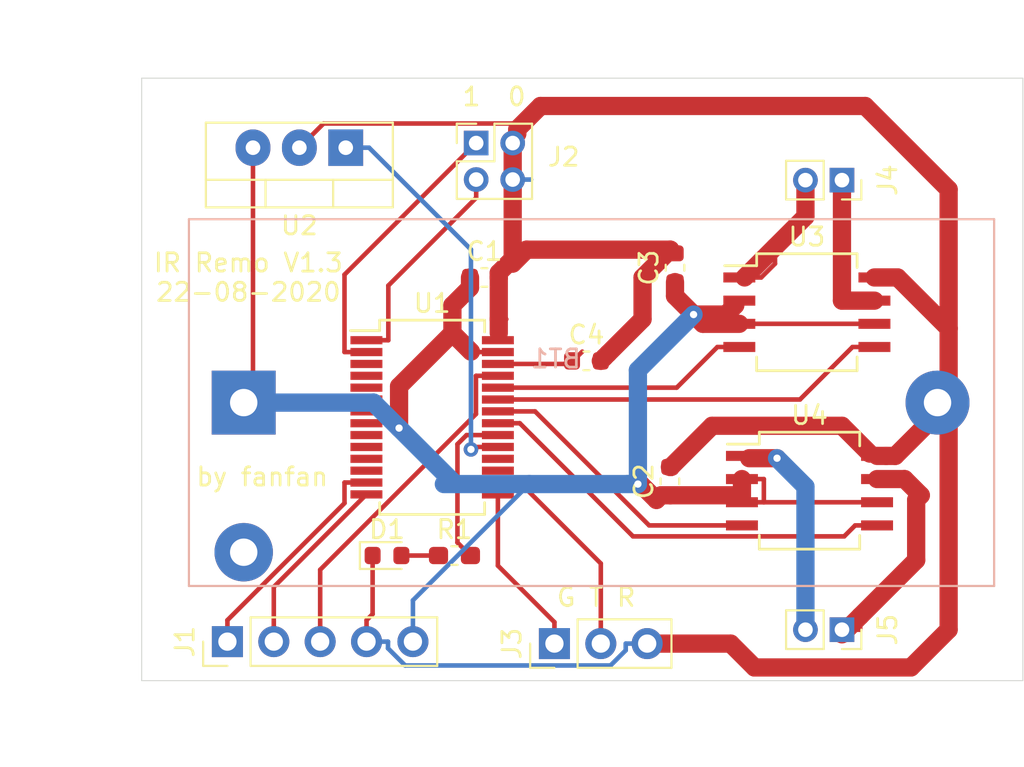
<source format=kicad_pcb>
(kicad_pcb (version 20171130) (host pcbnew "(5.1.2)-2")

  (general
    (thickness 1.6)
    (drawings 10)
    (tracks 208)
    (zones 0)
    (modules 16)
    (nets 22)
  )

  (page A4)
  (layers
    (0 F.Cu signal)
    (31 B.Cu signal)
    (32 B.Adhes user)
    (33 F.Adhes user)
    (34 B.Paste user)
    (35 F.Paste user)
    (36 B.SilkS user)
    (37 F.SilkS user)
    (38 B.Mask user)
    (39 F.Mask user)
    (40 Dwgs.User user)
    (41 Cmts.User user)
    (42 Eco1.User user)
    (43 Eco2.User user)
    (44 Edge.Cuts user)
    (45 Margin user)
    (46 B.CrtYd user)
    (47 F.CrtYd user)
    (48 B.Fab user)
    (49 F.Fab user)
  )

  (setup
    (last_trace_width 1)
    (user_trace_width 1)
    (trace_clearance 0.2)
    (zone_clearance 0.508)
    (zone_45_only no)
    (trace_min 0.2)
    (via_size 0.8)
    (via_drill 0.4)
    (via_min_size 0.4)
    (via_min_drill 0.3)
    (uvia_size 0.3)
    (uvia_drill 0.1)
    (uvias_allowed no)
    (uvia_min_size 0.2)
    (uvia_min_drill 0.1)
    (edge_width 0.05)
    (segment_width 0.2)
    (pcb_text_width 0.3)
    (pcb_text_size 1.5 1.5)
    (mod_edge_width 0.12)
    (mod_text_size 1 1)
    (mod_text_width 0.15)
    (pad_size 3.5 3.5)
    (pad_drill 1.5)
    (pad_to_mask_clearance 0.051)
    (solder_mask_min_width 0.25)
    (aux_axis_origin 0 0)
    (visible_elements FFFFFF7F)
    (pcbplotparams
      (layerselection 0x010fc_ffffffff)
      (usegerberextensions false)
      (usegerberattributes false)
      (usegerberadvancedattributes false)
      (creategerberjobfile false)
      (excludeedgelayer true)
      (linewidth 0.100000)
      (plotframeref false)
      (viasonmask false)
      (mode 1)
      (useauxorigin false)
      (hpglpennumber 1)
      (hpglpenspeed 20)
      (hpglpendiameter 15.000000)
      (psnegative false)
      (psa4output false)
      (plotreference true)
      (plotvalue true)
      (plotinvisibletext false)
      (padsonsilk false)
      (subtractmaskfromsilk false)
      (outputformat 1)
      (mirror false)
      (drillshape 0)
      (scaleselection 1)
      (outputdirectory "gbr/"))
  )

  (net 0 "")
  (net 1 +3V0)
  (net 2 GND)
  (net 3 "Net-(C4-Pad1)")
  (net 4 "Net-(D1-Pad2)")
  (net 5 XRES)
  (net 6 SWDCK)
  (net 7 SWDIO)
  (net 8 "Net-(J2-Pad3)")
  (net 9 "Net-(J2-Pad1)")
  (net 10 "Net-(J3-Pad2)")
  (net 11 "Net-(J3-Pad1)")
  (net 12 "Net-(J4-Pad2)")
  (net 13 "Net-(J4-Pad1)")
  (net 14 "Net-(J5-Pad2)")
  (net 15 "Net-(J5-Pad1)")
  (net 16 "Net-(R1-Pad2)")
  (net 17 "Net-(U1-Pad24)")
  (net 18 "Net-(U1-Pad23)")
  (net 19 "Net-(U1-Pad22)")
  (net 20 "Net-(U1-Pad21)")
  (net 21 IR)

  (net_class Default "これはデフォルトのネット クラスです。"
    (clearance 0.2)
    (trace_width 0.25)
    (via_dia 0.8)
    (via_drill 0.4)
    (uvia_dia 0.3)
    (uvia_drill 0.1)
    (add_net +3V0)
    (add_net GND)
    (add_net IR)
    (add_net "Net-(C4-Pad1)")
    (add_net "Net-(D1-Pad2)")
    (add_net "Net-(J2-Pad1)")
    (add_net "Net-(J2-Pad3)")
    (add_net "Net-(J3-Pad1)")
    (add_net "Net-(J3-Pad2)")
    (add_net "Net-(J4-Pad1)")
    (add_net "Net-(J4-Pad2)")
    (add_net "Net-(J5-Pad1)")
    (add_net "Net-(J5-Pad2)")
    (add_net "Net-(R1-Pad2)")
    (add_net "Net-(U1-Pad10)")
    (add_net "Net-(U1-Pad11)")
    (add_net "Net-(U1-Pad12)")
    (add_net "Net-(U1-Pad17)")
    (add_net "Net-(U1-Pad18)")
    (add_net "Net-(U1-Pad21)")
    (add_net "Net-(U1-Pad22)")
    (add_net "Net-(U1-Pad23)")
    (add_net "Net-(U1-Pad24)")
    (add_net "Net-(U1-Pad3)")
    (add_net "Net-(U1-Pad4)")
    (add_net "Net-(U1-Pad5)")
    (add_net "Net-(U1-Pad6)")
    (add_net "Net-(U1-Pad7)")
    (add_net "Net-(U1-Pad8)")
    (add_net "Net-(U1-Pad9)")
    (add_net SWDCK)
    (add_net SWDIO)
    (add_net XRES)
  )

  (module Batt:BatteryHolder_BHC-CR123A (layer B.Cu) (tedit 5F3FE04C) (tstamp 5F3FF8C5)
    (at 99.568 86.36)
    (descr "18650 Battery Holder (http://www.memoryprotectiondevices.com/datasheets/BK-18650-PC2-datasheet.pdf)")
    (tags "18650 Battery Holder")
    (path /5F2D88BA)
    (fp_text reference BT1 (at 17.1 -2.4) (layer B.SilkS)
      (effects (font (size 1 1) (thickness 0.15)) (justify mirror))
    )
    (fp_text value CR123A (at 16.9 0.6) (layer B.Fab)
      (effects (font (size 1 1) (thickness 0.15)) (justify mirror))
    )
    (fp_text user %R (at 17.7 3.3) (layer B.Fab)
      (effects (font (size 1 1) (thickness 0.15)) (justify mirror))
    )
    (fp_line (start -3.2 10.25) (end 41.3 10.25) (layer B.CrtYd) (width 0.05))
    (fp_line (start 41.3 10.25) (end 41.3 -10.25) (layer B.CrtYd) (width 0.05))
    (fp_line (start 41.3 -10.25) (end -3.2 -10.25) (layer B.CrtYd) (width 0.05))
    (fp_line (start -3.2 -10.25) (end -3.2 10.25) (layer B.CrtYd) (width 0.05))
    (fp_line (start -2.8 9.85) (end 40.9 9.85) (layer B.Fab) (width 0.1))
    (fp_line (start 40.9 9.85) (end 40.9 -9.85) (layer B.Fab) (width 0.1))
    (fp_line (start 40.9 -9.85) (end -2.8 -9.85) (layer B.Fab) (width 0.1))
    (fp_line (start -2.8 -9.85) (end -2.8 9.85) (layer B.Fab) (width 0.1))
    (fp_line (start -3 10.05) (end 41.1 10.05) (layer B.SilkS) (width 0.12))
    (fp_line (start 41.1 10.05) (end 41.1 -10.05) (layer B.SilkS) (width 0.12))
    (fp_line (start 41.1 -10.05) (end -3 -10.05) (layer B.SilkS) (width 0.12))
    (fp_line (start -3 -10.05) (end -3 10.05) (layer B.SilkS) (width 0.12))
    (pad "" thru_hole circle (at 0 8.2) (size 3.2 3.2) (drill 1.5) (layers *.Cu *.Mask))
    (pad 1 thru_hole rect (at 0 0) (size 3.5 3.5) (drill 1.5) (layers *.Cu *.Mask)
      (net 1 +3V0))
    (pad 2 thru_hole circle (at 38 0) (size 3.5 3.5) (drill 1.5) (layers *.Cu *.Mask)
      (net 2 GND))
    (model ${KISYS3DMOD}/Battery.3dshapes/BatteryHolder_MPD_BH-18650-PC2.wrl
      (at (xyz 0 0 0))
      (scale (xyz 1 1 1))
      (rotate (xyz 0 0 0))
    )
  )

  (module Connector_PinSocket_2.00mm:PinSocket_1x02_P2.00mm_Vertical (layer F.Cu) (tedit 5A19A42F) (tstamp 5F3FD75A)
    (at 132.334 98.806 270)
    (descr "Through hole straight socket strip, 1x02, 2.00mm pitch, single row (from Kicad 4.0.7), script generated")
    (tags "Through hole socket strip THT 1x02 2.00mm single row")
    (path /5F1520B7)
    (fp_text reference J5 (at 0 -2.5 90) (layer F.SilkS)
      (effects (font (size 1 1) (thickness 0.15)))
    )
    (fp_text value Conn_01x02_Male (at 0 4.5 90) (layer F.Fab)
      (effects (font (size 1 1) (thickness 0.15)))
    )
    (fp_text user %R (at 0 1) (layer F.Fab)
      (effects (font (size 1 1) (thickness 0.15)))
    )
    (fp_line (start -1.5 3.5) (end -1.5 -1.5) (layer F.CrtYd) (width 0.05))
    (fp_line (start 1.5 3.5) (end -1.5 3.5) (layer F.CrtYd) (width 0.05))
    (fp_line (start 1.5 -1.5) (end 1.5 3.5) (layer F.CrtYd) (width 0.05))
    (fp_line (start -1.5 -1.5) (end 1.5 -1.5) (layer F.CrtYd) (width 0.05))
    (fp_line (start 0 -1.06) (end 1.06 -1.06) (layer F.SilkS) (width 0.12))
    (fp_line (start 1.06 -1.06) (end 1.06 0) (layer F.SilkS) (width 0.12))
    (fp_line (start 1.06 1) (end 1.06 3.06) (layer F.SilkS) (width 0.12))
    (fp_line (start -1.06 3.06) (end 1.06 3.06) (layer F.SilkS) (width 0.12))
    (fp_line (start -1.06 1) (end -1.06 3.06) (layer F.SilkS) (width 0.12))
    (fp_line (start -1.06 1) (end 1.06 1) (layer F.SilkS) (width 0.12))
    (fp_line (start -1 3) (end -1 -1) (layer F.Fab) (width 0.1))
    (fp_line (start 1 3) (end -1 3) (layer F.Fab) (width 0.1))
    (fp_line (start 1 -0.5) (end 1 3) (layer F.Fab) (width 0.1))
    (fp_line (start 0.5 -1) (end 1 -0.5) (layer F.Fab) (width 0.1))
    (fp_line (start -1 -1) (end 0.5 -1) (layer F.Fab) (width 0.1))
    (pad 2 thru_hole oval (at 0 2 270) (size 1.35 1.35) (drill 0.8) (layers *.Cu *.Mask)
      (net 14 "Net-(J5-Pad2)"))
    (pad 1 thru_hole rect (at 0 0 270) (size 1.35 1.35) (drill 0.8) (layers *.Cu *.Mask)
      (net 15 "Net-(J5-Pad1)"))
    (model ${KISYS3DMOD}/Connector_PinSocket_2.00mm.3dshapes/PinSocket_1x02_P2.00mm_Vertical.wrl
      (at (xyz 0 0 0))
      (scale (xyz 1 1 1))
      (rotate (xyz 0 0 0))
    )
  )

  (module Package_SO:SO-8_5.3x6.2mm_P1.27mm (layer F.Cu) (tedit 5A02F2D3) (tstamp 5F3FD7F0)
    (at 130.556 91.186)
    (descr "8-Lead Plastic Small Outline, 5.3x6.2mm Body (http://www.ti.com.cn/cn/lit/ds/symlink/tl7705a.pdf)")
    (tags "SOIC 1.27")
    (path /5F1520ED)
    (attr smd)
    (fp_text reference U4 (at 0 -4.13) (layer F.SilkS)
      (effects (font (size 1 1) (thickness 0.15)))
    )
    (fp_text value BD6211F (at 0 4.13) (layer F.Fab)
      (effects (font (size 1 1) (thickness 0.15)))
    )
    (fp_line (start -2.75 -2.55) (end -4.5 -2.55) (layer F.SilkS) (width 0.15))
    (fp_line (start -2.75 3.205) (end 2.75 3.205) (layer F.SilkS) (width 0.15))
    (fp_line (start -2.75 -3.205) (end 2.75 -3.205) (layer F.SilkS) (width 0.15))
    (fp_line (start -2.75 3.205) (end -2.75 2.455) (layer F.SilkS) (width 0.15))
    (fp_line (start 2.75 3.205) (end 2.75 2.455) (layer F.SilkS) (width 0.15))
    (fp_line (start 2.75 -3.205) (end 2.75 -2.455) (layer F.SilkS) (width 0.15))
    (fp_line (start -2.75 -3.205) (end -2.75 -2.55) (layer F.SilkS) (width 0.15))
    (fp_line (start -4.83 3.35) (end 4.83 3.35) (layer F.CrtYd) (width 0.05))
    (fp_line (start -4.83 -3.35) (end 4.83 -3.35) (layer F.CrtYd) (width 0.05))
    (fp_line (start 4.83 -3.35) (end 4.83 3.35) (layer F.CrtYd) (width 0.05))
    (fp_line (start -4.83 -3.35) (end -4.83 3.35) (layer F.CrtYd) (width 0.05))
    (fp_line (start -2.65 -2.1) (end -1.65 -3.1) (layer F.Fab) (width 0.15))
    (fp_line (start -2.65 3.1) (end -2.65 -2.1) (layer F.Fab) (width 0.15))
    (fp_line (start 2.65 3.1) (end -2.65 3.1) (layer F.Fab) (width 0.15))
    (fp_line (start 2.65 -3.1) (end 2.65 3.1) (layer F.Fab) (width 0.15))
    (fp_line (start -1.65 -3.1) (end 2.65 -3.1) (layer F.Fab) (width 0.15))
    (fp_text user %R (at 0 0) (layer F.Fab)
      (effects (font (size 1 1) (thickness 0.15)))
    )
    (pad 8 smd rect (at 3.7 -1.905) (size 1.75 0.55) (layers F.Cu F.Paste F.Mask)
      (net 2 GND))
    (pad 7 smd rect (at 3.7 -0.635) (size 1.75 0.55) (layers F.Cu F.Paste F.Mask)
      (net 15 "Net-(J5-Pad1)"))
    (pad 6 smd rect (at 3.7 0.635) (size 1.75 0.55) (layers F.Cu F.Paste F.Mask)
      (net 1 +3V0))
    (pad 5 smd rect (at 3.7 1.905) (size 1.75 0.55) (layers F.Cu F.Paste F.Mask)
      (net 20 "Net-(U1-Pad21)"))
    (pad 4 smd rect (at -3.7 1.905) (size 1.75 0.55) (layers F.Cu F.Paste F.Mask)
      (net 19 "Net-(U1-Pad22)"))
    (pad 3 smd rect (at -3.7 0.635) (size 1.75 0.55) (layers F.Cu F.Paste F.Mask)
      (net 1 +3V0))
    (pad 2 smd rect (at -3.7 -0.635) (size 1.75 0.55) (layers F.Cu F.Paste F.Mask)
      (net 1 +3V0))
    (pad 1 smd rect (at -3.7 -1.905) (size 1.75 0.55) (layers F.Cu F.Paste F.Mask)
      (net 14 "Net-(J5-Pad2)"))
    (model ${KISYS3DMOD}/Package_SO.3dshapes/SO-8_5.3x6.2mm_P1.27mm.wrl
      (at (xyz 0 0 0))
      (scale (xyz 1 1 1))
      (rotate (xyz 0 0 0))
    )
  )

  (module Package_SO:SO-8_5.3x6.2mm_P1.27mm (layer F.Cu) (tedit 5A02F2D3) (tstamp 5F3FD7D3)
    (at 130.412 81.407)
    (descr "8-Lead Plastic Small Outline, 5.3x6.2mm Body (http://www.ti.com.cn/cn/lit/ds/symlink/tl7705a.pdf)")
    (tags "SOIC 1.27")
    (path /5F131156)
    (attr smd)
    (fp_text reference U3 (at 0 -4.13) (layer F.SilkS)
      (effects (font (size 1 1) (thickness 0.15)))
    )
    (fp_text value BD6211F (at 0 4.13) (layer F.Fab)
      (effects (font (size 1 1) (thickness 0.15)))
    )
    (fp_line (start -2.75 -2.55) (end -4.5 -2.55) (layer F.SilkS) (width 0.15))
    (fp_line (start -2.75 3.205) (end 2.75 3.205) (layer F.SilkS) (width 0.15))
    (fp_line (start -2.75 -3.205) (end 2.75 -3.205) (layer F.SilkS) (width 0.15))
    (fp_line (start -2.75 3.205) (end -2.75 2.455) (layer F.SilkS) (width 0.15))
    (fp_line (start 2.75 3.205) (end 2.75 2.455) (layer F.SilkS) (width 0.15))
    (fp_line (start 2.75 -3.205) (end 2.75 -2.455) (layer F.SilkS) (width 0.15))
    (fp_line (start -2.75 -3.205) (end -2.75 -2.55) (layer F.SilkS) (width 0.15))
    (fp_line (start -4.83 3.35) (end 4.83 3.35) (layer F.CrtYd) (width 0.05))
    (fp_line (start -4.83 -3.35) (end 4.83 -3.35) (layer F.CrtYd) (width 0.05))
    (fp_line (start 4.83 -3.35) (end 4.83 3.35) (layer F.CrtYd) (width 0.05))
    (fp_line (start -4.83 -3.35) (end -4.83 3.35) (layer F.CrtYd) (width 0.05))
    (fp_line (start -2.65 -2.1) (end -1.65 -3.1) (layer F.Fab) (width 0.15))
    (fp_line (start -2.65 3.1) (end -2.65 -2.1) (layer F.Fab) (width 0.15))
    (fp_line (start 2.65 3.1) (end -2.65 3.1) (layer F.Fab) (width 0.15))
    (fp_line (start 2.65 -3.1) (end 2.65 3.1) (layer F.Fab) (width 0.15))
    (fp_line (start -1.65 -3.1) (end 2.65 -3.1) (layer F.Fab) (width 0.15))
    (fp_text user %R (at 0 0) (layer F.Fab)
      (effects (font (size 1 1) (thickness 0.15)))
    )
    (pad 8 smd rect (at 3.7 -1.905) (size 1.75 0.55) (layers F.Cu F.Paste F.Mask)
      (net 2 GND))
    (pad 7 smd rect (at 3.7 -0.635) (size 1.75 0.55) (layers F.Cu F.Paste F.Mask)
      (net 13 "Net-(J4-Pad1)"))
    (pad 6 smd rect (at 3.7 0.635) (size 1.75 0.55) (layers F.Cu F.Paste F.Mask)
      (net 1 +3V0))
    (pad 5 smd rect (at 3.7 1.905) (size 1.75 0.55) (layers F.Cu F.Paste F.Mask)
      (net 18 "Net-(U1-Pad23)"))
    (pad 4 smd rect (at -3.7 1.905) (size 1.75 0.55) (layers F.Cu F.Paste F.Mask)
      (net 17 "Net-(U1-Pad24)"))
    (pad 3 smd rect (at -3.7 0.635) (size 1.75 0.55) (layers F.Cu F.Paste F.Mask)
      (net 1 +3V0))
    (pad 2 smd rect (at -3.7 -0.635) (size 1.75 0.55) (layers F.Cu F.Paste F.Mask)
      (net 1 +3V0))
    (pad 1 smd rect (at -3.7 -1.905) (size 1.75 0.55) (layers F.Cu F.Paste F.Mask)
      (net 12 "Net-(J4-Pad2)"))
    (model ${KISYS3DMOD}/Package_SO.3dshapes/SO-8_5.3x6.2mm_P1.27mm.wrl
      (at (xyz 0 0 0))
      (scale (xyz 1 1 1))
      (rotate (xyz 0 0 0))
    )
  )

  (module Package_TO_SOT_THT:TO-220-3_Vertical (layer F.Cu) (tedit 5F3FDB0E) (tstamp 5F3FD7B6)
    (at 105.156 72.39 180)
    (descr "TO-220-3, Vertical, RM 2.54mm, see https://www.vishay.com/docs/66542/to-220-1.pdf")
    (tags "TO-220-3 Vertical RM 2.54mm")
    (path /5F134C3B)
    (fp_text reference U2 (at 2.54 -4.27) (layer F.SilkS)
      (effects (font (size 1 1) (thickness 0.15)))
    )
    (fp_text value GP1UXC41QS (at 2.54 2.5) (layer F.Fab)
      (effects (font (size 1 1) (thickness 0.15)))
    )
    (fp_text user %R (at 2.54 -4.27) (layer F.Fab)
      (effects (font (size 1 1) (thickness 0.15)))
    )
    (fp_line (start 7.79 -3.4) (end -2.71 -3.4) (layer F.CrtYd) (width 0.05))
    (fp_line (start 7.79 1.51) (end 7.79 -3.4) (layer F.CrtYd) (width 0.05))
    (fp_line (start -2.71 1.51) (end 7.79 1.51) (layer F.CrtYd) (width 0.05))
    (fp_line (start -2.71 -3.4) (end -2.71 1.51) (layer F.CrtYd) (width 0.05))
    (fp_line (start 4.391 -3.27) (end 4.391 -1.76) (layer F.SilkS) (width 0.12))
    (fp_line (start 0.69 -3.27) (end 0.69 -1.76) (layer F.SilkS) (width 0.12))
    (fp_line (start -2.58 -1.76) (end 7.66 -1.76) (layer F.SilkS) (width 0.12))
    (fp_line (start 7.66 -3.27) (end 7.66 1.371) (layer F.SilkS) (width 0.12))
    (fp_line (start -2.58 -3.27) (end -2.58 1.371) (layer F.SilkS) (width 0.12))
    (fp_line (start -2.58 1.371) (end 7.66 1.371) (layer F.SilkS) (width 0.12))
    (fp_line (start -2.58 -3.27) (end 7.66 -3.27) (layer F.SilkS) (width 0.12))
    (fp_line (start 4.39 -3.15) (end 4.39 -1.88) (layer F.Fab) (width 0.1))
    (fp_line (start 0.69 -3.15) (end 0.69 -1.88) (layer F.Fab) (width 0.1))
    (fp_line (start -2.46 -1.88) (end 7.54 -1.88) (layer F.Fab) (width 0.1))
    (fp_line (start 7.54 -3.15) (end -2.46 -3.15) (layer F.Fab) (width 0.1))
    (fp_line (start 7.54 1.25) (end 7.54 -3.15) (layer F.Fab) (width 0.1))
    (fp_line (start -2.46 1.25) (end 7.54 1.25) (layer F.Fab) (width 0.1))
    (fp_line (start -2.46 -3.15) (end -2.46 1.25) (layer F.Fab) (width 0.1))
    (pad 3 thru_hole oval (at 5.08 0 180) (size 1.905 2) (drill 0.8) (layers *.Cu *.Mask)
      (net 1 +3V0))
    (pad 2 thru_hole oval (at 2.54 0 180) (size 1.905 2) (drill 0.8) (layers *.Cu *.Mask)
      (net 2 GND))
    (pad 1 thru_hole rect (at 0 0 180) (size 1.905 2) (drill 0.8) (layers *.Cu *.Mask)
      (net 21 IR))
    (model ${KISYS3DMOD}/Package_TO_SOT_THT.3dshapes/TO-220-3_Vertical.wrl
      (at (xyz 0 0 0))
      (scale (xyz 1 1 1))
      (rotate (xyz 0 0 0))
    )
  )

  (module Package_SO:SSOP-28_5.3x10.2mm_P0.65mm (layer F.Cu) (tedit 5A02F25C) (tstamp 5F3FD79C)
    (at 109.889 87.166)
    (descr "28-Lead Plastic Shrink Small Outline (SS)-5.30 mm Body [SSOP] (see Microchip Packaging Specification 00000049BS.pdf)")
    (tags "SSOP 0.65")
    (path /5F429DE0)
    (attr smd)
    (fp_text reference U1 (at 0 -6.25) (layer F.SilkS)
      (effects (font (size 1 1) (thickness 0.15)))
    )
    (fp_text value CY8C4244 (at 0 6.25) (layer F.Fab)
      (effects (font (size 1 1) (thickness 0.15)))
    )
    (fp_text user %R (at 0 0) (layer F.Fab)
      (effects (font (size 0.8 0.8) (thickness 0.15)))
    )
    (fp_line (start -2.875 -4.75) (end -4.475 -4.75) (layer F.SilkS) (width 0.15))
    (fp_line (start -2.875 5.325) (end 2.875 5.325) (layer F.SilkS) (width 0.15))
    (fp_line (start -2.875 -5.325) (end 2.875 -5.325) (layer F.SilkS) (width 0.15))
    (fp_line (start -2.875 5.325) (end -2.875 4.675) (layer F.SilkS) (width 0.15))
    (fp_line (start 2.875 5.325) (end 2.875 4.675) (layer F.SilkS) (width 0.15))
    (fp_line (start 2.875 -5.325) (end 2.875 -4.675) (layer F.SilkS) (width 0.15))
    (fp_line (start -2.875 -5.325) (end -2.875 -4.75) (layer F.SilkS) (width 0.15))
    (fp_line (start -4.75 5.5) (end 4.75 5.5) (layer F.CrtYd) (width 0.05))
    (fp_line (start -4.75 -5.5) (end 4.75 -5.5) (layer F.CrtYd) (width 0.05))
    (fp_line (start 4.75 -5.5) (end 4.75 5.5) (layer F.CrtYd) (width 0.05))
    (fp_line (start -4.75 -5.5) (end -4.75 5.5) (layer F.CrtYd) (width 0.05))
    (fp_line (start -2.65 -4.1) (end -1.65 -5.1) (layer F.Fab) (width 0.15))
    (fp_line (start -2.65 5.1) (end -2.65 -4.1) (layer F.Fab) (width 0.15))
    (fp_line (start 2.65 5.1) (end -2.65 5.1) (layer F.Fab) (width 0.15))
    (fp_line (start 2.65 -5.1) (end 2.65 5.1) (layer F.Fab) (width 0.15))
    (fp_line (start -1.65 -5.1) (end 2.65 -5.1) (layer F.Fab) (width 0.15))
    (pad 28 smd rect (at 3.6 -4.225) (size 1.75 0.45) (layers F.Cu F.Paste F.Mask)
      (net 2 GND))
    (pad 27 smd rect (at 3.6 -3.575) (size 1.75 0.45) (layers F.Cu F.Paste F.Mask)
      (net 1 +3V0))
    (pad 26 smd rect (at 3.6 -2.925) (size 1.75 0.45) (layers F.Cu F.Paste F.Mask)
      (net 3 "Net-(C4-Pad1)"))
    (pad 25 smd rect (at 3.6 -2.275) (size 1.75 0.45) (layers F.Cu F.Paste F.Mask)
      (net 5 XRES))
    (pad 24 smd rect (at 3.6 -1.625) (size 1.75 0.45) (layers F.Cu F.Paste F.Mask)
      (net 17 "Net-(U1-Pad24)"))
    (pad 23 smd rect (at 3.6 -0.975) (size 1.75 0.45) (layers F.Cu F.Paste F.Mask)
      (net 18 "Net-(U1-Pad23)"))
    (pad 22 smd rect (at 3.6 -0.325) (size 1.75 0.45) (layers F.Cu F.Paste F.Mask)
      (net 19 "Net-(U1-Pad22)"))
    (pad 21 smd rect (at 3.6 0.325) (size 1.75 0.45) (layers F.Cu F.Paste F.Mask)
      (net 20 "Net-(U1-Pad21)"))
    (pad 20 smd rect (at 3.6 0.975) (size 1.75 0.45) (layers F.Cu F.Paste F.Mask)
      (net 16 "Net-(R1-Pad2)"))
    (pad 19 smd rect (at 3.6 1.625) (size 1.75 0.45) (layers F.Cu F.Paste F.Mask)
      (net 21 IR))
    (pad 18 smd rect (at 3.6 2.275) (size 1.75 0.45) (layers F.Cu F.Paste F.Mask))
    (pad 17 smd rect (at 3.6 2.925) (size 1.75 0.45) (layers F.Cu F.Paste F.Mask))
    (pad 16 smd rect (at 3.6 3.575) (size 1.75 0.45) (layers F.Cu F.Paste F.Mask)
      (net 10 "Net-(J3-Pad2)"))
    (pad 15 smd rect (at 3.6 4.225) (size 1.75 0.45) (layers F.Cu F.Paste F.Mask)
      (net 11 "Net-(J3-Pad1)"))
    (pad 14 smd rect (at -3.6 4.225) (size 1.75 0.45) (layers F.Cu F.Paste F.Mask)
      (net 6 SWDCK))
    (pad 13 smd rect (at -3.6 3.575) (size 1.75 0.45) (layers F.Cu F.Paste F.Mask)
      (net 7 SWDIO))
    (pad 12 smd rect (at -3.6 2.925) (size 1.75 0.45) (layers F.Cu F.Paste F.Mask))
    (pad 11 smd rect (at -3.6 2.275) (size 1.75 0.45) (layers F.Cu F.Paste F.Mask))
    (pad 10 smd rect (at -3.6 1.625) (size 1.75 0.45) (layers F.Cu F.Paste F.Mask))
    (pad 9 smd rect (at -3.6 0.975) (size 1.75 0.45) (layers F.Cu F.Paste F.Mask))
    (pad 8 smd rect (at -3.6 0.325) (size 1.75 0.45) (layers F.Cu F.Paste F.Mask))
    (pad 7 smd rect (at -3.6 -0.325) (size 1.75 0.45) (layers F.Cu F.Paste F.Mask))
    (pad 6 smd rect (at -3.6 -0.975) (size 1.75 0.45) (layers F.Cu F.Paste F.Mask))
    (pad 5 smd rect (at -3.6 -1.625) (size 1.75 0.45) (layers F.Cu F.Paste F.Mask))
    (pad 4 smd rect (at -3.6 -2.275) (size 1.75 0.45) (layers F.Cu F.Paste F.Mask))
    (pad 3 smd rect (at -3.6 -2.925) (size 1.75 0.45) (layers F.Cu F.Paste F.Mask))
    (pad 2 smd rect (at -3.6 -3.575) (size 1.75 0.45) (layers F.Cu F.Paste F.Mask)
      (net 9 "Net-(J2-Pad1)"))
    (pad 1 smd rect (at -3.6 -4.225) (size 1.75 0.45) (layers F.Cu F.Paste F.Mask)
      (net 8 "Net-(J2-Pad3)"))
    (model ${KISYS3DMOD}/Package_SO.3dshapes/SSOP-28_5.3x10.2mm_P0.65mm.wrl
      (at (xyz 0 0 0))
      (scale (xyz 1 1 1))
      (rotate (xyz 0 0 0))
    )
  )

  (module Resistor_SMD:R_0603_1608Metric_Pad1.05x0.95mm_HandSolder (layer F.Cu) (tedit 5B301BBD) (tstamp 5F3FD76B)
    (at 111.111 94.742)
    (descr "Resistor SMD 0603 (1608 Metric), square (rectangular) end terminal, IPC_7351 nominal with elongated pad for handsoldering. (Body size source: http://www.tortai-tech.com/upload/download/2011102023233369053.pdf), generated with kicad-footprint-generator")
    (tags "resistor handsolder")
    (path /5F464704)
    (attr smd)
    (fp_text reference R1 (at 0 -1.43) (layer F.SilkS)
      (effects (font (size 1 1) (thickness 0.15)))
    )
    (fp_text value 1k (at 0 1.43) (layer F.Fab)
      (effects (font (size 1 1) (thickness 0.15)))
    )
    (fp_text user %R (at 0 0) (layer F.Fab)
      (effects (font (size 0.4 0.4) (thickness 0.06)))
    )
    (fp_line (start 1.65 0.73) (end -1.65 0.73) (layer F.CrtYd) (width 0.05))
    (fp_line (start 1.65 -0.73) (end 1.65 0.73) (layer F.CrtYd) (width 0.05))
    (fp_line (start -1.65 -0.73) (end 1.65 -0.73) (layer F.CrtYd) (width 0.05))
    (fp_line (start -1.65 0.73) (end -1.65 -0.73) (layer F.CrtYd) (width 0.05))
    (fp_line (start -0.171267 0.51) (end 0.171267 0.51) (layer F.SilkS) (width 0.12))
    (fp_line (start -0.171267 -0.51) (end 0.171267 -0.51) (layer F.SilkS) (width 0.12))
    (fp_line (start 0.8 0.4) (end -0.8 0.4) (layer F.Fab) (width 0.1))
    (fp_line (start 0.8 -0.4) (end 0.8 0.4) (layer F.Fab) (width 0.1))
    (fp_line (start -0.8 -0.4) (end 0.8 -0.4) (layer F.Fab) (width 0.1))
    (fp_line (start -0.8 0.4) (end -0.8 -0.4) (layer F.Fab) (width 0.1))
    (pad 2 smd roundrect (at 0.875 0) (size 1.05 0.95) (layers F.Cu F.Paste F.Mask) (roundrect_rratio 0.25)
      (net 16 "Net-(R1-Pad2)"))
    (pad 1 smd roundrect (at -0.875 0) (size 1.05 0.95) (layers F.Cu F.Paste F.Mask) (roundrect_rratio 0.25)
      (net 4 "Net-(D1-Pad2)"))
    (model ${KISYS3DMOD}/Resistor_SMD.3dshapes/R_0603_1608Metric.wrl
      (at (xyz 0 0 0))
      (scale (xyz 1 1 1))
      (rotate (xyz 0 0 0))
    )
  )

  (module Connector_PinSocket_2.00mm:PinSocket_1x02_P2.00mm_Vertical (layer F.Cu) (tedit 5A19A42F) (tstamp 5F3FD744)
    (at 132.334 74.168 270)
    (descr "Through hole straight socket strip, 1x02, 2.00mm pitch, single row (from Kicad 4.0.7), script generated")
    (tags "Through hole socket strip THT 1x02 2.00mm single row")
    (path /5F132AD6)
    (fp_text reference J4 (at 0 -2.5 90) (layer F.SilkS)
      (effects (font (size 1 1) (thickness 0.15)))
    )
    (fp_text value Conn_01x02_Male (at 0 4.5 90) (layer F.Fab)
      (effects (font (size 1 1) (thickness 0.15)))
    )
    (fp_text user %R (at 0 1) (layer F.Fab)
      (effects (font (size 1 1) (thickness 0.15)))
    )
    (fp_line (start -1.5 3.5) (end -1.5 -1.5) (layer F.CrtYd) (width 0.05))
    (fp_line (start 1.5 3.5) (end -1.5 3.5) (layer F.CrtYd) (width 0.05))
    (fp_line (start 1.5 -1.5) (end 1.5 3.5) (layer F.CrtYd) (width 0.05))
    (fp_line (start -1.5 -1.5) (end 1.5 -1.5) (layer F.CrtYd) (width 0.05))
    (fp_line (start 0 -1.06) (end 1.06 -1.06) (layer F.SilkS) (width 0.12))
    (fp_line (start 1.06 -1.06) (end 1.06 0) (layer F.SilkS) (width 0.12))
    (fp_line (start 1.06 1) (end 1.06 3.06) (layer F.SilkS) (width 0.12))
    (fp_line (start -1.06 3.06) (end 1.06 3.06) (layer F.SilkS) (width 0.12))
    (fp_line (start -1.06 1) (end -1.06 3.06) (layer F.SilkS) (width 0.12))
    (fp_line (start -1.06 1) (end 1.06 1) (layer F.SilkS) (width 0.12))
    (fp_line (start -1 3) (end -1 -1) (layer F.Fab) (width 0.1))
    (fp_line (start 1 3) (end -1 3) (layer F.Fab) (width 0.1))
    (fp_line (start 1 -0.5) (end 1 3) (layer F.Fab) (width 0.1))
    (fp_line (start 0.5 -1) (end 1 -0.5) (layer F.Fab) (width 0.1))
    (fp_line (start -1 -1) (end 0.5 -1) (layer F.Fab) (width 0.1))
    (pad 2 thru_hole oval (at 0 2 270) (size 1.35 1.35) (drill 0.8) (layers *.Cu *.Mask)
      (net 12 "Net-(J4-Pad2)"))
    (pad 1 thru_hole rect (at 0 0 270) (size 1.35 1.35) (drill 0.8) (layers *.Cu *.Mask)
      (net 13 "Net-(J4-Pad1)"))
    (model ${KISYS3DMOD}/Connector_PinSocket_2.00mm.3dshapes/PinSocket_1x02_P2.00mm_Vertical.wrl
      (at (xyz 0 0 0))
      (scale (xyz 1 1 1))
      (rotate (xyz 0 0 0))
    )
  )

  (module Connector_PinHeader_2.54mm:PinHeader_1x03_P2.54mm_Vertical (layer F.Cu) (tedit 59FED5CC) (tstamp 5F3FD72E)
    (at 116.586 99.568 90)
    (descr "Through hole straight pin header, 1x03, 2.54mm pitch, single row")
    (tags "Through hole pin header THT 1x03 2.54mm single row")
    (path /5F423067)
    (fp_text reference J3 (at 0 -2.33 90) (layer F.SilkS)
      (effects (font (size 1 1) (thickness 0.15)))
    )
    (fp_text value Conn_01x03_Male (at 0 7.41 90) (layer F.Fab)
      (effects (font (size 1 1) (thickness 0.15)))
    )
    (fp_text user %R (at 0 2.54) (layer F.Fab)
      (effects (font (size 1 1) (thickness 0.15)))
    )
    (fp_line (start 1.8 -1.8) (end -1.8 -1.8) (layer F.CrtYd) (width 0.05))
    (fp_line (start 1.8 6.85) (end 1.8 -1.8) (layer F.CrtYd) (width 0.05))
    (fp_line (start -1.8 6.85) (end 1.8 6.85) (layer F.CrtYd) (width 0.05))
    (fp_line (start -1.8 -1.8) (end -1.8 6.85) (layer F.CrtYd) (width 0.05))
    (fp_line (start -1.33 -1.33) (end 0 -1.33) (layer F.SilkS) (width 0.12))
    (fp_line (start -1.33 0) (end -1.33 -1.33) (layer F.SilkS) (width 0.12))
    (fp_line (start -1.33 1.27) (end 1.33 1.27) (layer F.SilkS) (width 0.12))
    (fp_line (start 1.33 1.27) (end 1.33 6.41) (layer F.SilkS) (width 0.12))
    (fp_line (start -1.33 1.27) (end -1.33 6.41) (layer F.SilkS) (width 0.12))
    (fp_line (start -1.33 6.41) (end 1.33 6.41) (layer F.SilkS) (width 0.12))
    (fp_line (start -1.27 -0.635) (end -0.635 -1.27) (layer F.Fab) (width 0.1))
    (fp_line (start -1.27 6.35) (end -1.27 -0.635) (layer F.Fab) (width 0.1))
    (fp_line (start 1.27 6.35) (end -1.27 6.35) (layer F.Fab) (width 0.1))
    (fp_line (start 1.27 -1.27) (end 1.27 6.35) (layer F.Fab) (width 0.1))
    (fp_line (start -0.635 -1.27) (end 1.27 -1.27) (layer F.Fab) (width 0.1))
    (pad 3 thru_hole oval (at 0 5.08 90) (size 1.7 1.7) (drill 1) (layers *.Cu *.Mask)
      (net 2 GND))
    (pad 2 thru_hole oval (at 0 2.54 90) (size 1.7 1.7) (drill 1) (layers *.Cu *.Mask)
      (net 10 "Net-(J3-Pad2)"))
    (pad 1 thru_hole rect (at 0 0 90) (size 1.7 1.7) (drill 1) (layers *.Cu *.Mask)
      (net 11 "Net-(J3-Pad1)"))
    (model ${KISYS3DMOD}/Connector_PinHeader_2.54mm.3dshapes/PinHeader_1x03_P2.54mm_Vertical.wrl
      (at (xyz 0 0 0))
      (scale (xyz 1 1 1))
      (rotate (xyz 0 0 0))
    )
  )

  (module Connector_PinHeader_2.00mm:PinHeader_2x02_P2.00mm_Vertical (layer F.Cu) (tedit 59FED667) (tstamp 5F3FD717)
    (at 112.3 72.136)
    (descr "Through hole straight pin header, 2x02, 2.00mm pitch, double rows")
    (tags "Through hole pin header THT 2x02 2.00mm double row")
    (path /5F46C53F)
    (fp_text reference J2 (at 4.794 0.762) (layer F.SilkS)
      (effects (font (size 1 1) (thickness 0.15)))
    )
    (fp_text value Conn_02x02_Odd_Even (at 1 4.06) (layer F.Fab)
      (effects (font (size 1 1) (thickness 0.15)))
    )
    (fp_text user %R (at 1 1 90) (layer F.Fab)
      (effects (font (size 1 1) (thickness 0.15)))
    )
    (fp_line (start 3.5 -1.5) (end -1.5 -1.5) (layer F.CrtYd) (width 0.05))
    (fp_line (start 3.5 3.5) (end 3.5 -1.5) (layer F.CrtYd) (width 0.05))
    (fp_line (start -1.5 3.5) (end 3.5 3.5) (layer F.CrtYd) (width 0.05))
    (fp_line (start -1.5 -1.5) (end -1.5 3.5) (layer F.CrtYd) (width 0.05))
    (fp_line (start -1.06 -1.06) (end 0 -1.06) (layer F.SilkS) (width 0.12))
    (fp_line (start -1.06 0) (end -1.06 -1.06) (layer F.SilkS) (width 0.12))
    (fp_line (start 1 -1.06) (end 3.06 -1.06) (layer F.SilkS) (width 0.12))
    (fp_line (start 1 1) (end 1 -1.06) (layer F.SilkS) (width 0.12))
    (fp_line (start -1.06 1) (end 1 1) (layer F.SilkS) (width 0.12))
    (fp_line (start 3.06 -1.06) (end 3.06 3.06) (layer F.SilkS) (width 0.12))
    (fp_line (start -1.06 1) (end -1.06 3.06) (layer F.SilkS) (width 0.12))
    (fp_line (start -1.06 3.06) (end 3.06 3.06) (layer F.SilkS) (width 0.12))
    (fp_line (start -1 0) (end 0 -1) (layer F.Fab) (width 0.1))
    (fp_line (start -1 3) (end -1 0) (layer F.Fab) (width 0.1))
    (fp_line (start 3 3) (end -1 3) (layer F.Fab) (width 0.1))
    (fp_line (start 3 -1) (end 3 3) (layer F.Fab) (width 0.1))
    (fp_line (start 0 -1) (end 3 -1) (layer F.Fab) (width 0.1))
    (pad 4 thru_hole oval (at 2 2) (size 1.35 1.35) (drill 0.8) (layers *.Cu *.Mask)
      (net 2 GND))
    (pad 3 thru_hole oval (at 0 2) (size 1.35 1.35) (drill 0.8) (layers *.Cu *.Mask)
      (net 8 "Net-(J2-Pad3)"))
    (pad 2 thru_hole oval (at 2 0) (size 1.35 1.35) (drill 0.8) (layers *.Cu *.Mask)
      (net 2 GND))
    (pad 1 thru_hole rect (at 0 0) (size 1.35 1.35) (drill 0.8) (layers *.Cu *.Mask)
      (net 9 "Net-(J2-Pad1)"))
    (model ${KISYS3DMOD}/Connector_PinHeader_2.00mm.3dshapes/PinHeader_2x02_P2.00mm_Vertical.wrl
      (at (xyz 0 0 0))
      (scale (xyz 1 1 1))
      (rotate (xyz 0 0 0))
    )
  )

  (module Connector_PinHeader_2.54mm:PinHeader_1x05_P2.54mm_Vertical (layer F.Cu) (tedit 59FED5CC) (tstamp 5F3FD6FD)
    (at 98.676 99.46 90)
    (descr "Through hole straight pin header, 1x05, 2.54mm pitch, single row")
    (tags "Through hole pin header THT 1x05 2.54mm single row")
    (path /5F1563A2)
    (fp_text reference J1 (at 0 -2.33 90) (layer F.SilkS)
      (effects (font (size 1 1) (thickness 0.15)))
    )
    (fp_text value Conn_01x05_Male (at 0 12.49 90) (layer F.Fab)
      (effects (font (size 1 1) (thickness 0.15)))
    )
    (fp_text user %R (at 0 5.08) (layer F.Fab)
      (effects (font (size 1 1) (thickness 0.15)))
    )
    (fp_line (start 1.8 -1.8) (end -1.8 -1.8) (layer F.CrtYd) (width 0.05))
    (fp_line (start 1.8 11.95) (end 1.8 -1.8) (layer F.CrtYd) (width 0.05))
    (fp_line (start -1.8 11.95) (end 1.8 11.95) (layer F.CrtYd) (width 0.05))
    (fp_line (start -1.8 -1.8) (end -1.8 11.95) (layer F.CrtYd) (width 0.05))
    (fp_line (start -1.33 -1.33) (end 0 -1.33) (layer F.SilkS) (width 0.12))
    (fp_line (start -1.33 0) (end -1.33 -1.33) (layer F.SilkS) (width 0.12))
    (fp_line (start -1.33 1.27) (end 1.33 1.27) (layer F.SilkS) (width 0.12))
    (fp_line (start 1.33 1.27) (end 1.33 11.49) (layer F.SilkS) (width 0.12))
    (fp_line (start -1.33 1.27) (end -1.33 11.49) (layer F.SilkS) (width 0.12))
    (fp_line (start -1.33 11.49) (end 1.33 11.49) (layer F.SilkS) (width 0.12))
    (fp_line (start -1.27 -0.635) (end -0.635 -1.27) (layer F.Fab) (width 0.1))
    (fp_line (start -1.27 11.43) (end -1.27 -0.635) (layer F.Fab) (width 0.1))
    (fp_line (start 1.27 11.43) (end -1.27 11.43) (layer F.Fab) (width 0.1))
    (fp_line (start 1.27 -1.27) (end 1.27 11.43) (layer F.Fab) (width 0.1))
    (fp_line (start -0.635 -1.27) (end 1.27 -1.27) (layer F.Fab) (width 0.1))
    (pad 5 thru_hole oval (at 0 10.16 90) (size 1.7 1.7) (drill 1) (layers *.Cu *.Mask)
      (net 1 +3V0))
    (pad 4 thru_hole oval (at 0 7.62 90) (size 1.7 1.7) (drill 1) (layers *.Cu *.Mask)
      (net 2 GND))
    (pad 3 thru_hole oval (at 0 5.08 90) (size 1.7 1.7) (drill 1) (layers *.Cu *.Mask)
      (net 5 XRES))
    (pad 2 thru_hole oval (at 0 2.54 90) (size 1.7 1.7) (drill 1) (layers *.Cu *.Mask)
      (net 6 SWDCK))
    (pad 1 thru_hole rect (at 0 0 90) (size 1.7 1.7) (drill 1) (layers *.Cu *.Mask)
      (net 7 SWDIO))
    (model ${KISYS3DMOD}/Connector_PinHeader_2.54mm.3dshapes/PinHeader_1x05_P2.54mm_Vertical.wrl
      (at (xyz 0 0 0))
      (scale (xyz 1 1 1))
      (rotate (xyz 0 0 0))
    )
  )

  (module LED_SMD:LED_0603_1608Metric (layer F.Cu) (tedit 5B301BBE) (tstamp 5F3FD6E4)
    (at 107.416 94.742)
    (descr "LED SMD 0603 (1608 Metric), square (rectangular) end terminal, IPC_7351 nominal, (Body size source: http://www.tortai-tech.com/upload/download/2011102023233369053.pdf), generated with kicad-footprint-generator")
    (tags diode)
    (path /5F465303)
    (attr smd)
    (fp_text reference D1 (at 0 -1.43) (layer F.SilkS)
      (effects (font (size 1 1) (thickness 0.15)))
    )
    (fp_text value LED (at 0 1.43) (layer F.Fab)
      (effects (font (size 1 1) (thickness 0.15)))
    )
    (fp_text user %R (at 0 0) (layer F.Fab)
      (effects (font (size 0.4 0.4) (thickness 0.06)))
    )
    (fp_line (start 1.48 0.73) (end -1.48 0.73) (layer F.CrtYd) (width 0.05))
    (fp_line (start 1.48 -0.73) (end 1.48 0.73) (layer F.CrtYd) (width 0.05))
    (fp_line (start -1.48 -0.73) (end 1.48 -0.73) (layer F.CrtYd) (width 0.05))
    (fp_line (start -1.48 0.73) (end -1.48 -0.73) (layer F.CrtYd) (width 0.05))
    (fp_line (start -1.485 0.735) (end 0.8 0.735) (layer F.SilkS) (width 0.12))
    (fp_line (start -1.485 -0.735) (end -1.485 0.735) (layer F.SilkS) (width 0.12))
    (fp_line (start 0.8 -0.735) (end -1.485 -0.735) (layer F.SilkS) (width 0.12))
    (fp_line (start 0.8 0.4) (end 0.8 -0.4) (layer F.Fab) (width 0.1))
    (fp_line (start -0.8 0.4) (end 0.8 0.4) (layer F.Fab) (width 0.1))
    (fp_line (start -0.8 -0.1) (end -0.8 0.4) (layer F.Fab) (width 0.1))
    (fp_line (start -0.5 -0.4) (end -0.8 -0.1) (layer F.Fab) (width 0.1))
    (fp_line (start 0.8 -0.4) (end -0.5 -0.4) (layer F.Fab) (width 0.1))
    (pad 2 smd roundrect (at 0.7875 0) (size 0.875 0.95) (layers F.Cu F.Paste F.Mask) (roundrect_rratio 0.25)
      (net 4 "Net-(D1-Pad2)"))
    (pad 1 smd roundrect (at -0.7875 0) (size 0.875 0.95) (layers F.Cu F.Paste F.Mask) (roundrect_rratio 0.25)
      (net 2 GND))
    (model ${KISYS3DMOD}/LED_SMD.3dshapes/LED_0603_1608Metric.wrl
      (at (xyz 0 0 0))
      (scale (xyz 1 1 1))
      (rotate (xyz 0 0 0))
    )
  )

  (module Capacitor_SMD:C_0603_1608Metric (layer F.Cu) (tedit 5B301BBE) (tstamp 5F3FD6D1)
    (at 118.338 84.074)
    (descr "Capacitor SMD 0603 (1608 Metric), square (rectangular) end terminal, IPC_7351 nominal, (Body size source: http://www.tortai-tech.com/upload/download/2011102023233369053.pdf), generated with kicad-footprint-generator")
    (tags capacitor)
    (path /5F2D18F0)
    (attr smd)
    (fp_text reference C4 (at 0 -1.43) (layer F.SilkS)
      (effects (font (size 1 1) (thickness 0.15)))
    )
    (fp_text value 10u (at 0 1.43) (layer F.Fab)
      (effects (font (size 1 1) (thickness 0.15)))
    )
    (fp_text user %R (at 0 0) (layer F.Fab)
      (effects (font (size 0.4 0.4) (thickness 0.06)))
    )
    (fp_line (start 1.48 0.73) (end -1.48 0.73) (layer F.CrtYd) (width 0.05))
    (fp_line (start 1.48 -0.73) (end 1.48 0.73) (layer F.CrtYd) (width 0.05))
    (fp_line (start -1.48 -0.73) (end 1.48 -0.73) (layer F.CrtYd) (width 0.05))
    (fp_line (start -1.48 0.73) (end -1.48 -0.73) (layer F.CrtYd) (width 0.05))
    (fp_line (start -0.162779 0.51) (end 0.162779 0.51) (layer F.SilkS) (width 0.12))
    (fp_line (start -0.162779 -0.51) (end 0.162779 -0.51) (layer F.SilkS) (width 0.12))
    (fp_line (start 0.8 0.4) (end -0.8 0.4) (layer F.Fab) (width 0.1))
    (fp_line (start 0.8 -0.4) (end 0.8 0.4) (layer F.Fab) (width 0.1))
    (fp_line (start -0.8 -0.4) (end 0.8 -0.4) (layer F.Fab) (width 0.1))
    (fp_line (start -0.8 0.4) (end -0.8 -0.4) (layer F.Fab) (width 0.1))
    (pad 2 smd roundrect (at 0.7875 0) (size 0.875 0.95) (layers F.Cu F.Paste F.Mask) (roundrect_rratio 0.25)
      (net 2 GND))
    (pad 1 smd roundrect (at -0.7875 0) (size 0.875 0.95) (layers F.Cu F.Paste F.Mask) (roundrect_rratio 0.25)
      (net 3 "Net-(C4-Pad1)"))
    (model ${KISYS3DMOD}/Capacitor_SMD.3dshapes/C_0603_1608Metric.wrl
      (at (xyz 0 0 0))
      (scale (xyz 1 1 1))
      (rotate (xyz 0 0 0))
    )
  )

  (module Capacitor_SMD:C_0603_1608Metric (layer F.Cu) (tedit 5B301BBE) (tstamp 5F3FD6C0)
    (at 123.19 78.9685 90)
    (descr "Capacitor SMD 0603 (1608 Metric), square (rectangular) end terminal, IPC_7351 nominal, (Body size source: http://www.tortai-tech.com/upload/download/2011102023233369053.pdf), generated with kicad-footprint-generator")
    (tags capacitor)
    (path /5F1520D5)
    (attr smd)
    (fp_text reference C3 (at 0 -1.43 90) (layer F.SilkS)
      (effects (font (size 1 1) (thickness 0.15)))
    )
    (fp_text value 10u (at 0 1.43 90) (layer F.Fab)
      (effects (font (size 1 1) (thickness 0.15)))
    )
    (fp_text user %R (at 0 0 90) (layer F.Fab)
      (effects (font (size 0.4 0.4) (thickness 0.06)))
    )
    (fp_line (start 1.48 0.73) (end -1.48 0.73) (layer F.CrtYd) (width 0.05))
    (fp_line (start 1.48 -0.73) (end 1.48 0.73) (layer F.CrtYd) (width 0.05))
    (fp_line (start -1.48 -0.73) (end 1.48 -0.73) (layer F.CrtYd) (width 0.05))
    (fp_line (start -1.48 0.73) (end -1.48 -0.73) (layer F.CrtYd) (width 0.05))
    (fp_line (start -0.162779 0.51) (end 0.162779 0.51) (layer F.SilkS) (width 0.12))
    (fp_line (start -0.162779 -0.51) (end 0.162779 -0.51) (layer F.SilkS) (width 0.12))
    (fp_line (start 0.8 0.4) (end -0.8 0.4) (layer F.Fab) (width 0.1))
    (fp_line (start 0.8 -0.4) (end 0.8 0.4) (layer F.Fab) (width 0.1))
    (fp_line (start -0.8 -0.4) (end 0.8 -0.4) (layer F.Fab) (width 0.1))
    (fp_line (start -0.8 0.4) (end -0.8 -0.4) (layer F.Fab) (width 0.1))
    (pad 2 smd roundrect (at 0.7875 0 90) (size 0.875 0.95) (layers F.Cu F.Paste F.Mask) (roundrect_rratio 0.25)
      (net 2 GND))
    (pad 1 smd roundrect (at -0.7875 0 90) (size 0.875 0.95) (layers F.Cu F.Paste F.Mask) (roundrect_rratio 0.25)
      (net 1 +3V0))
    (model ${KISYS3DMOD}/Capacitor_SMD.3dshapes/C_0603_1608Metric.wrl
      (at (xyz 0 0 0))
      (scale (xyz 1 1 1))
      (rotate (xyz 0 0 0))
    )
  )

  (module Capacitor_SMD:C_0603_1608Metric (layer F.Cu) (tedit 5B301BBE) (tstamp 5F3FD6AF)
    (at 122.91 90.678 90)
    (descr "Capacitor SMD 0603 (1608 Metric), square (rectangular) end terminal, IPC_7351 nominal, (Body size source: http://www.tortai-tech.com/upload/download/2011102023233369053.pdf), generated with kicad-footprint-generator")
    (tags capacitor)
    (path /5F13D1D8)
    (attr smd)
    (fp_text reference C2 (at 0 -1.43 90) (layer F.SilkS)
      (effects (font (size 1 1) (thickness 0.15)))
    )
    (fp_text value 10u (at 0 1.43 90) (layer F.Fab)
      (effects (font (size 1 1) (thickness 0.15)))
    )
    (fp_text user %R (at 0 0 90) (layer F.Fab)
      (effects (font (size 0.4 0.4) (thickness 0.06)))
    )
    (fp_line (start 1.48 0.73) (end -1.48 0.73) (layer F.CrtYd) (width 0.05))
    (fp_line (start 1.48 -0.73) (end 1.48 0.73) (layer F.CrtYd) (width 0.05))
    (fp_line (start -1.48 -0.73) (end 1.48 -0.73) (layer F.CrtYd) (width 0.05))
    (fp_line (start -1.48 0.73) (end -1.48 -0.73) (layer F.CrtYd) (width 0.05))
    (fp_line (start -0.162779 0.51) (end 0.162779 0.51) (layer F.SilkS) (width 0.12))
    (fp_line (start -0.162779 -0.51) (end 0.162779 -0.51) (layer F.SilkS) (width 0.12))
    (fp_line (start 0.8 0.4) (end -0.8 0.4) (layer F.Fab) (width 0.1))
    (fp_line (start 0.8 -0.4) (end 0.8 0.4) (layer F.Fab) (width 0.1))
    (fp_line (start -0.8 -0.4) (end 0.8 -0.4) (layer F.Fab) (width 0.1))
    (fp_line (start -0.8 0.4) (end -0.8 -0.4) (layer F.Fab) (width 0.1))
    (pad 2 smd roundrect (at 0.7875 0 90) (size 0.875 0.95) (layers F.Cu F.Paste F.Mask) (roundrect_rratio 0.25)
      (net 2 GND))
    (pad 1 smd roundrect (at -0.7875 0 90) (size 0.875 0.95) (layers F.Cu F.Paste F.Mask) (roundrect_rratio 0.25)
      (net 1 +3V0))
    (model ${KISYS3DMOD}/Capacitor_SMD.3dshapes/C_0603_1608Metric.wrl
      (at (xyz 0 0 0))
      (scale (xyz 1 1 1))
      (rotate (xyz 0 0 0))
    )
  )

  (module Capacitor_SMD:C_0603_1608Metric (layer F.Cu) (tedit 5B301BBE) (tstamp 5F3FD69E)
    (at 112.75 79.502)
    (descr "Capacitor SMD 0603 (1608 Metric), square (rectangular) end terminal, IPC_7351 nominal, (Body size source: http://www.tortai-tech.com/upload/download/2011102023233369053.pdf), generated with kicad-footprint-generator")
    (tags capacitor)
    (path /5F1450AB)
    (attr smd)
    (fp_text reference C1 (at 0 -1.43) (layer F.SilkS)
      (effects (font (size 1 1) (thickness 0.15)))
    )
    (fp_text value 10u (at 0 1.43) (layer F.Fab)
      (effects (font (size 1 1) (thickness 0.15)))
    )
    (fp_text user %R (at 0 0) (layer F.Fab)
      (effects (font (size 0.4 0.4) (thickness 0.06)))
    )
    (fp_line (start 1.48 0.73) (end -1.48 0.73) (layer F.CrtYd) (width 0.05))
    (fp_line (start 1.48 -0.73) (end 1.48 0.73) (layer F.CrtYd) (width 0.05))
    (fp_line (start -1.48 -0.73) (end 1.48 -0.73) (layer F.CrtYd) (width 0.05))
    (fp_line (start -1.48 0.73) (end -1.48 -0.73) (layer F.CrtYd) (width 0.05))
    (fp_line (start -0.162779 0.51) (end 0.162779 0.51) (layer F.SilkS) (width 0.12))
    (fp_line (start -0.162779 -0.51) (end 0.162779 -0.51) (layer F.SilkS) (width 0.12))
    (fp_line (start 0.8 0.4) (end -0.8 0.4) (layer F.Fab) (width 0.1))
    (fp_line (start 0.8 -0.4) (end 0.8 0.4) (layer F.Fab) (width 0.1))
    (fp_line (start -0.8 -0.4) (end 0.8 -0.4) (layer F.Fab) (width 0.1))
    (fp_line (start -0.8 0.4) (end -0.8 -0.4) (layer F.Fab) (width 0.1))
    (pad 2 smd roundrect (at 0.7875 0) (size 0.875 0.95) (layers F.Cu F.Paste F.Mask) (roundrect_rratio 0.25)
      (net 2 GND))
    (pad 1 smd roundrect (at -0.7875 0) (size 0.875 0.95) (layers F.Cu F.Paste F.Mask) (roundrect_rratio 0.25)
      (net 1 +3V0))
    (model ${KISYS3DMOD}/Capacitor_SMD.3dshapes/C_0603_1608Metric.wrl
      (at (xyz 0 0 0))
      (scale (xyz 1 1 1))
      (rotate (xyz 0 0 0))
    )
  )

  (gr_text "by fanfan" (at 100.584 90.424) (layer F.SilkS)
    (effects (font (size 1 1) (thickness 0.15)))
  )
  (gr_text "IR Remo V1.3\n22-08-2020" (at 99.822 79.502) (layer F.SilkS)
    (effects (font (size 1 1) (thickness 0.15)))
  )
  (gr_text "1  0" (at 113.284 69.596) (layer F.SilkS)
    (effects (font (size 1 1) (thickness 0.15)))
  )
  (gr_text "G T R" (at 118.872 97.028) (layer F.SilkS)
    (effects (font (size 1 1) (thickness 0.15)))
  )
  (dimension 48.26 (width 0.15) (layer Dwgs.User)
    (gr_text "48.260 mm" (at 118.11 64.994) (layer Dwgs.User)
      (effects (font (size 1 1) (thickness 0.15)))
    )
    (feature1 (pts (xy 142.24 68.58) (xy 142.24 65.707579)))
    (feature2 (pts (xy 93.98 68.58) (xy 93.98 65.707579)))
    (crossbar (pts (xy 93.98 66.294) (xy 142.24 66.294)))
    (arrow1a (pts (xy 142.24 66.294) (xy 141.113496 66.880421)))
    (arrow1b (pts (xy 142.24 66.294) (xy 141.113496 65.707579)))
    (arrow2a (pts (xy 93.98 66.294) (xy 95.106504 66.880421)))
    (arrow2b (pts (xy 93.98 66.294) (xy 95.106504 65.707579)))
  )
  (dimension 33.02 (width 0.15) (layer Dwgs.User)
    (gr_text "33.020 mm" (at 89.886 85.09 270) (layer Dwgs.User)
      (effects (font (size 1 1) (thickness 0.15)))
    )
    (feature1 (pts (xy 93.98 101.6) (xy 90.599579 101.6)))
    (feature2 (pts (xy 93.98 68.58) (xy 90.599579 68.58)))
    (crossbar (pts (xy 91.186 68.58) (xy 91.186 101.6)))
    (arrow1a (pts (xy 91.186 101.6) (xy 90.599579 100.473496)))
    (arrow1b (pts (xy 91.186 101.6) (xy 91.772421 100.473496)))
    (arrow2a (pts (xy 91.186 68.58) (xy 90.599579 69.706504)))
    (arrow2b (pts (xy 91.186 68.58) (xy 91.772421 69.706504)))
  )
  (gr_line (start 93.98 101.6) (end 93.98 68.58) (layer Edge.Cuts) (width 0.05) (tstamp 5F3FE1E0))
  (gr_line (start 142.24 101.6) (end 93.98 101.6) (layer Edge.Cuts) (width 0.05))
  (gr_line (start 142.24 68.58) (end 93.98 68.58) (layer Edge.Cuts) (width 0.05))
  (gr_line (start 142.24 101.6) (end 142.24 68.58) (layer Edge.Cuts) (width 0.05))

  (segment (start 111.9625 79.502) (end 111.962 79.502) (width 0.25) (layer F.Cu) (net 1))
  (segment (start 112.126 79.6651) (end 111.962 79.502) (width 0.25) (layer F.Cu) (net 1))
  (segment (start 99.822 86.36) (end 100.076 86.106) (width 0.25) (layer F.Cu) (net 1))
  (segment (start 100.076 86.106) (end 100.076 72.39) (width 0.25) (layer F.Cu) (net 1))
  (segment (start 99.822 86.36) (end 100.076 86.36) (width 0.25) (layer F.Cu) (net 1))
  (segment (start 99.568 86.36) (end 99.822 86.36) (width 0.25) (layer F.Cu) (net 1))
  (segment (start 111.962 79.502) (end 111.962 80.0615) (width 1) (layer F.Cu) (net 1))
  (segment (start 111.962 80.0615) (end 110.998 81.026) (width 1) (layer F.Cu) (net 1))
  (segment (start 110.998 81.026) (end 110.998 82.55) (width 1) (layer F.Cu) (net 1))
  (segment (start 100.076 86.36) (end 106.68 86.36) (width 1) (layer B.Cu) (net 1))
  (segment (start 106.68 86.36) (end 108.077 87.757) (width 1) (layer B.Cu) (net 1))
  (segment (start 122.936 91.44) (end 122.428 91.44) (width 1) (layer F.Cu) (net 1))
  (segment (start 122.428 91.44) (end 122.174 91.694) (width 1) (layer F.Cu) (net 1))
  (segment (start 122.174 91.694) (end 121.305 90.8252) (width 1) (layer F.Cu) (net 1))
  (segment (start 121.305 90.8252) (end 121.158 90.8252) (width 1) (layer F.Cu) (net 1))
  (segment (start 126.856 90.551) (end 126.856 91.584) (width 1) (layer F.Cu) (net 1))
  (segment (start 126.856 91.584) (end 126.712 91.44) (width 1) (layer F.Cu) (net 1))
  (segment (start 126.712 91.44) (end 122.936 91.44) (width 1) (layer F.Cu) (net 1))
  (segment (start 124.206 81.534) (end 123.19 80.518) (width 1) (layer F.Cu) (net 1))
  (segment (start 123.19 80.518) (end 123.19 79.756) (width 1) (layer F.Cu) (net 1))
  (segment (start 126.712 82.042) (end 124.714 82.042) (width 1) (layer F.Cu) (net 1))
  (segment (start 124.714 82.042) (end 124.206 81.534) (width 1) (layer F.Cu) (net 1))
  (segment (start 134.256 91.821) (end 128.056 91.821) (width 0.25) (layer F.Cu) (net 1))
  (segment (start 126.856 91.821) (end 128.056 91.821) (width 0.25) (layer F.Cu) (net 1))
  (segment (start 126.856 90.551) (end 128.056 90.551) (width 0.25) (layer F.Cu) (net 1))
  (segment (start 128.056 90.551) (end 128.056 91.821) (width 0.25) (layer F.Cu) (net 1))
  (segment (start 115.206 90.8252) (end 108.836 97.1953) (width 0.25) (layer B.Cu) (net 1))
  (segment (start 108.836 97.1953) (end 108.836 99.46) (width 0.25) (layer B.Cu) (net 1))
  (segment (start 126.712 82.042) (end 134.112 82.042) (width 0.25) (layer F.Cu) (net 1))
  (segment (start 115.206 90.8252) (end 120.582 90.8252) (width 0.25) (layer B.Cu) (net 1))
  (segment (start 113.489 83.591) (end 112.039 83.591) (width 0.25) (layer F.Cu) (net 1))
  (segment (start 112.039 83.591) (end 112.014 83.566) (width 0.25) (layer F.Cu) (net 1))
  (segment (start 110.998 82.55) (end 110.998 82.804) (width 0.25) (layer F.Cu) (net 1))
  (segment (start 108.077 87.757) (end 111.145 90.8252) (width 1) (layer B.Cu) (net 1))
  (segment (start 108.077 87.757) (end 108.077 85.471) (width 1) (layer F.Cu) (net 1))
  (segment (start 108.077 85.471) (end 110.998 82.55) (width 1) (layer F.Cu) (net 1))
  (segment (start 121.158 90.8252) (end 121.158 84.582) (width 1) (layer B.Cu) (net 1))
  (segment (start 121.158 84.582) (end 124.206 81.534) (width 1) (layer B.Cu) (net 1))
  (segment (start 110.998 82.55) (end 112.014 83.566) (width 1) (layer F.Cu) (net 1))
  (segment (start 110.53 90.8252) (end 111.145 90.8252) (width 1) (layer B.Cu) (net 1))
  (segment (start 111.145 90.8252) (end 115.206 90.8252) (width 1) (layer B.Cu) (net 1))
  (segment (start 115.206 90.8252) (end 120.582 90.8252) (width 1) (layer B.Cu) (net 1))
  (segment (start 120.582 90.8252) (end 121.158 90.8252) (width 1) (layer B.Cu) (net 1))
  (segment (start 122.936 91.44) (end 122.91 91.4655) (width 0.25) (layer F.Cu) (net 1))
  (segment (start 124.206 81.534) (end 125.984 81.534) (width 1) (layer F.Cu) (net 1))
  (segment (start 125.984 81.534) (end 126.492 81.026) (width 1) (layer F.Cu) (net 1))
  (segment (start 126.492 81.026) (end 126.712 80.806) (width 0.25) (layer F.Cu) (net 1))
  (segment (start 126.712 80.806) (end 126.712 80.772) (width 0.25) (layer F.Cu) (net 1))
  (segment (start 100.076 86.36) (end 99.568 86.36) (width 0.25) (layer B.Cu) (net 1))
  (segment (start 112.289 79.8282) (end 112.126 79.6651) (width 0.25) (layer F.Cu) (net 1))
  (segment (start 112.126 79.6651) (end 111.962 79.5021) (width 0.25) (layer F.Cu) (net 1))
  (segment (start 111.962 79.5021) (end 111.962 79.502) (width 0.25) (layer F.Cu) (net 1))
  (via (at 121.158 90.8252) (size 0.8) (layers F.Cu B.Cu) (net 1))
  (via (at 108.077 87.757) (size 0.8) (layers F.Cu B.Cu) (net 1))
  (via (at 124.206 81.534) (size 0.8) (layers F.Cu B.Cu) (net 1))
  (segment (start 114.554 71.374) (end 114.554 71.501) (width 1) (layer F.Cu) (net 2))
  (segment (start 138.176 82.296) (end 138.176 74.676) (width 1) (layer F.Cu) (net 2))
  (segment (start 138.176 74.676) (end 133.604 70.104) (width 1) (layer F.Cu) (net 2))
  (segment (start 133.604 70.104) (end 115.824 70.104) (width 1) (layer F.Cu) (net 2))
  (segment (start 115.824 70.104) (end 114.554 71.374) (width 1) (layer F.Cu) (net 2))
  (segment (start 102.616 72.39) (end 103.9414 71.0646) (width 0.25) (layer F.Cu) (net 2))
  (segment (start 103.9414 71.0646) (end 114.2446 71.0646) (width 0.25) (layer F.Cu) (net 2))
  (segment (start 114.2446 71.0646) (end 114.554 71.374) (width 0.25) (layer F.Cu) (net 2))
  (segment (start 106.6285 94.742) (end 106.628 94.742) (width 0.25) (layer F.Cu) (net 2))
  (segment (start 119.1255 84.074) (end 119.126 84.074) (width 0.25) (layer F.Cu) (net 2))
  (segment (start 119.328 83.8719) (end 119.126 84.074) (width 0.25) (layer F.Cu) (net 2))
  (segment (start 119.53 83.6699) (end 119.328 83.8719) (width 0.25) (layer F.Cu) (net 2))
  (segment (start 119.328 83.8719) (end 119.126 84.074) (width 1) (layer F.Cu) (net 2))
  (segment (start 119.53 83.6699) (end 119.328 83.8719) (width 1) (layer F.Cu) (net 2))
  (segment (start 113.538 79.502) (end 113.5375 79.502) (width 0.25) (layer F.Cu) (net 2))
  (segment (start 121.666 99.568) (end 126.238 99.568) (width 1) (layer F.Cu) (net 2))
  (segment (start 126.238 99.568) (end 127.545 100.875) (width 1) (layer F.Cu) (net 2))
  (segment (start 127.545 100.875) (end 136.107 100.875) (width 1) (layer F.Cu) (net 2))
  (segment (start 136.107 100.875) (end 138.176 98.806) (width 1) (layer F.Cu) (net 2))
  (segment (start 138.176 98.806) (end 138.176 86.36) (width 1) (layer F.Cu) (net 2))
  (segment (start 114.3 72.136) (end 114.3 74.136) (width 1) (layer F.Cu) (net 2))
  (segment (start 114.3 74.136) (end 114.3 74.168) (width 1) (layer F.Cu) (net 2))
  (segment (start 114.3 74.136) (end 114.3 74.168) (width 1) (layer F.Cu) (net 2))
  (segment (start 134.112 79.502) (end 135.382 79.502) (width 1) (layer F.Cu) (net 2))
  (segment (start 135.382 79.502) (end 138.176 82.296) (width 1) (layer F.Cu) (net 2))
  (segment (start 135.255 89.281) (end 135.456 89.281) (width 0.25) (layer F.Cu) (net 2))
  (segment (start 138.176 82.296) (end 138.176 86.36) (width 1) (layer F.Cu) (net 2))
  (segment (start 122.91 89.8905) (end 122.962 89.8905) (width 1) (layer F.Cu) (net 2))
  (segment (start 122.962 89.8905) (end 125.222 87.63) (width 1) (layer F.Cu) (net 2))
  (segment (start 125.222 87.63) (end 132.334 87.63) (width 1) (layer F.Cu) (net 2))
  (segment (start 132.334 87.63) (end 133.858 89.154) (width 1) (layer F.Cu) (net 2))
  (segment (start 114.3 74.136) (end 115.3 74.136) (width 0.25) (layer B.Cu) (net 2))
  (segment (start 115.3 74.136) (end 115.3 74.1363) (width 0.25) (layer B.Cu) (net 2))
  (segment (start 113.538 81.7876) (end 113.538 82.5495) (width 1) (layer F.Cu) (net 2))
  (segment (start 113.538 81.7876) (end 113.95 81.7876) (width 0.25) (layer F.Cu) (net 2))
  (segment (start 123.19 78.181) (end 123.139 78.181) (width 0.25) (layer F.Cu) (net 2))
  (segment (start 123.139 78.181) (end 122.936 77.978) (width 0.25) (layer F.Cu) (net 2))
  (segment (start 122.936 77.978) (end 121.412 79.502) (width 1) (layer F.Cu) (net 2))
  (segment (start 121.412 79.502) (end 121.412 81.788) (width 1) (layer F.Cu) (net 2))
  (segment (start 121.412 81.788) (end 119.53 83.6699) (width 1) (layer F.Cu) (net 2))
  (segment (start 114.554 71.501) (end 114.554 71.628) (width 1) (layer F.Cu) (net 2))
  (segment (start 114.554 71.501) (end 114.11 71.9454) (width 0.25) (layer F.Cu) (net 2))
  (segment (start 114.11 71.9454) (end 114.3 72.136) (width 0.25) (layer F.Cu) (net 2))
  (segment (start 121.666 99.568) (end 121.666 99.605) (width 1) (layer F.Cu) (net 2))
  (segment (start 134.256 89.281) (end 134.756 89.281) (width 1) (layer F.Cu) (net 2))
  (segment (start 134.756 89.281) (end 135.255 89.281) (width 1) (layer F.Cu) (net 2))
  (segment (start 134.256 89.281) (end 134.756 89.281) (width 0.25) (layer F.Cu) (net 2))
  (segment (start 134.756 89.281) (end 135.255 89.281) (width 0.25) (layer F.Cu) (net 2))
  (segment (start 134.256 89.281) (end 133.985 89.281) (width 0.25) (layer F.Cu) (net 2))
  (segment (start 133.985 89.281) (end 133.858 89.154) (width 0.25) (layer F.Cu) (net 2))
  (segment (start 121.666 99.568) (end 120.491 99.568) (width 0.25) (layer B.Cu) (net 2))
  (segment (start 120.491 99.568) (end 120.491 99.9353) (width 0.25) (layer B.Cu) (net 2))
  (segment (start 120.491 99.9353) (end 119.658 100.768) (width 0.25) (layer B.Cu) (net 2))
  (segment (start 119.658 100.768) (end 108.412 100.768) (width 0.25) (layer B.Cu) (net 2))
  (segment (start 108.412 100.768) (end 107.471 99.8273) (width 0.25) (layer B.Cu) (net 2))
  (segment (start 107.471 99.8273) (end 107.471 99.46) (width 0.25) (layer B.Cu) (net 2))
  (segment (start 107.471 99.46) (end 106.296 99.46) (width 0.25) (layer B.Cu) (net 2))
  (segment (start 106.628 94.742) (end 106.628 97.9522) (width 0.25) (layer F.Cu) (net 2))
  (segment (start 106.628 97.9522) (end 106.296 98.2847) (width 0.25) (layer F.Cu) (net 2))
  (segment (start 106.296 98.2847) (end 106.296 99.46) (width 0.25) (layer F.Cu) (net 2))
  (segment (start 135.255 89.281) (end 137.568 86.968) (width 1) (layer F.Cu) (net 2))
  (segment (start 137.568 86.968) (end 138.176 86.36) (width 1) (layer F.Cu) (net 2))
  (segment (start 137.568 86.968) (end 137.568 86.36) (width 0.25) (layer F.Cu) (net 2))
  (segment (start 113.538 79.502) (end 113.538 79.5021) (width 1) (layer F.Cu) (net 2))
  (segment (start 113.538 79.5021) (end 113.538 81.7876) (width 1) (layer F.Cu) (net 2))
  (segment (start 113.538 79.5021) (end 114.3 78.7401) (width 0.25) (layer F.Cu) (net 2))
  (segment (start 114.3 78.7401) (end 114.3 78.74) (width 0.25) (layer F.Cu) (net 2))
  (segment (start 114.3 78.74) (end 115.062 77.978) (width 1) (layer F.Cu) (net 2))
  (segment (start 115.062 77.978) (end 122.936 77.978) (width 1) (layer F.Cu) (net 2))
  (segment (start 113.5375 79.2485) (end 114.3 78.486) (width 1) (layer F.Cu) (net 2))
  (segment (start 113.5375 79.502) (end 113.5375 79.2485) (width 1) (layer F.Cu) (net 2))
  (segment (start 114.3 74.168) (end 114.3 78.486) (width 1) (layer F.Cu) (net 2))
  (segment (start 114.3 78.486) (end 114.3 78.74) (width 1) (layer F.Cu) (net 2))
  (segment (start 117.5762 84.0996) (end 117.772 83.9035) (width 0.25) (layer F.Cu) (net 3))
  (segment (start 113.489 84.241) (end 117.435 84.241) (width 0.25) (layer F.Cu) (net 3))
  (segment (start 117.435 84.241) (end 117.5762 84.0996) (width 0.25) (layer F.Cu) (net 3))
  (segment (start 117.5505 84.074) (end 117.5506 84.074) (width 0.25) (layer F.Cu) (net 3))
  (segment (start 117.5506 84.074) (end 117.5762 84.0996) (width 0.25) (layer F.Cu) (net 3))
  (segment (start 117.772 83.9035) (end 117.721 83.9035) (width 0.25) (layer F.Cu) (net 3))
  (segment (start 117.721 83.9035) (end 117.55 84.074) (width 0.25) (layer F.Cu) (net 3))
  (segment (start 117.772 83.9035) (end 118.11 83.566) (width 0.25) (layer F.Cu) (net 3))
  (segment (start 108.204 94.742) (end 108.2035 94.742) (width 0.25) (layer F.Cu) (net 4))
  (segment (start 108.204 94.742) (end 110.236 94.742) (width 0.25) (layer F.Cu) (net 4))
  (segment (start 103.756 99.46) (end 103.756 95.5207) (width 0.25) (layer F.Cu) (net 5))
  (segment (start 103.756 95.5207) (end 112.289 86.988) (width 0.25) (layer F.Cu) (net 5))
  (segment (start 112.289 86.988) (end 112.289 84.891) (width 0.25) (layer F.Cu) (net 5))
  (segment (start 112.289 84.891) (end 113.489 84.891) (width 0.25) (layer F.Cu) (net 5))
  (segment (start 101.216 99.46) (end 101.216 96.464) (width 0.25) (layer F.Cu) (net 6))
  (segment (start 101.216 96.464) (end 106.289 91.391) (width 0.25) (layer F.Cu) (net 6))
  (segment (start 98.676 99.46) (end 98.676 98.2847) (width 0.25) (layer F.Cu) (net 7))
  (segment (start 98.676 98.2847) (end 105.089 91.872) (width 0.25) (layer F.Cu) (net 7))
  (segment (start 105.089 91.872) (end 105.089 90.741) (width 0.25) (layer F.Cu) (net 7))
  (segment (start 105.089 90.741) (end 106.289 90.741) (width 0.25) (layer F.Cu) (net 7))
  (segment (start 112.3 74.136) (end 112.3 75.1363) (width 0.25) (layer F.Cu) (net 8))
  (segment (start 112.3 75.1363) (end 107.489 79.947) (width 0.25) (layer F.Cu) (net 8))
  (segment (start 107.489 79.947) (end 107.489 82.941) (width 0.25) (layer F.Cu) (net 8))
  (segment (start 107.489 82.941) (end 106.289 82.941) (width 0.25) (layer F.Cu) (net 8))
  (segment (start 106.289 83.591) (end 105.089 83.591) (width 0.25) (layer F.Cu) (net 9))
  (segment (start 105.089 83.591) (end 105.089 79.3473) (width 0.25) (layer F.Cu) (net 9))
  (segment (start 105.089 79.3473) (end 112.3 72.136) (width 0.25) (layer F.Cu) (net 9))
  (segment (start 119.126 99.568) (end 119.126 95.1777) (width 0.25) (layer F.Cu) (net 10))
  (segment (start 119.126 95.1777) (end 114.689 90.741) (width 0.25) (layer F.Cu) (net 10))
  (segment (start 114.689 90.741) (end 113.489 90.741) (width 0.25) (layer F.Cu) (net 10))
  (segment (start 116.586 99.568) (end 116.586 98.3927) (width 0.25) (layer F.Cu) (net 11))
  (segment (start 116.586 98.3927) (end 113.489 95.2957) (width 0.25) (layer F.Cu) (net 11))
  (segment (start 113.489 95.2957) (end 113.489 91.391) (width 0.25) (layer F.Cu) (net 11))
  (segment (start 126.712 79.502) (end 127 79.502) (width 0.25) (layer F.Cu) (net 12))
  (segment (start 130.334 74.168) (end 130.334 76.168) (width 1) (layer F.Cu) (net 12))
  (segment (start 130.334 76.168) (end 128.667 77.835) (width 1) (layer F.Cu) (net 12))
  (segment (start 128.667 77.835) (end 127 79.502) (width 1) (layer F.Cu) (net 12))
  (segment (start 128.667 77.835) (end 128.667 78.7473) (width 0.25) (layer F.Cu) (net 12))
  (segment (start 128.667 78.7473) (end 127.912 79.502) (width 0.25) (layer F.Cu) (net 12))
  (segment (start 127.912 79.502) (end 127 79.502) (width 0.25) (layer F.Cu) (net 12))
  (segment (start 134.112 80.772) (end 132.334 80.772) (width 1) (layer F.Cu) (net 13))
  (segment (start 132.334 80.772) (end 132.334 74.168) (width 1) (layer F.Cu) (net 13))
  (segment (start 130.334 98.806) (end 130.334 90.964) (width 1) (layer B.Cu) (net 14))
  (segment (start 130.334 90.964) (end 128.778 89.408) (width 1) (layer B.Cu) (net 14))
  (segment (start 128.778 89.408) (end 127.254 89.408) (width 1) (layer F.Cu) (net 14))
  (segment (start 127.254 89.408) (end 126.983 89.408) (width 0.25) (layer F.Cu) (net 14))
  (segment (start 126.983 89.408) (end 126.856 89.281) (width 0.25) (layer F.Cu) (net 14))
  (via (at 128.778 89.408) (size 0.8) (layers F.Cu B.Cu) (net 14))
  (segment (start 132.334 98.806) (end 133.334 98.806) (width 0.25) (layer F.Cu) (net 15))
  (segment (start 133.334 98.806) (end 133.334 98.0597) (width 0.25) (layer F.Cu) (net 15))
  (segment (start 134.256 90.551) (end 135.763 90.551) (width 1) (layer F.Cu) (net 15))
  (segment (start 135.763 90.551) (end 136.652 91.44) (width 1) (layer F.Cu) (net 15))
  (segment (start 136.652 91.44) (end 136.398 91.694) (width 1) (layer F.Cu) (net 15))
  (segment (start 136.398 91.694) (end 136.398 94.996) (width 1) (layer F.Cu) (net 15))
  (segment (start 136.398 94.996) (end 133.334 98.0597) (width 1) (layer F.Cu) (net 15))
  (segment (start 133.334 98.0597) (end 132.334 99.06) (width 1) (layer F.Cu) (net 15))
  (segment (start 111.986 94.742) (end 111.274 94.0301) (width 0.25) (layer F.Cu) (net 16))
  (segment (start 111.274 94.0301) (end 111.274 88.6395) (width 0.25) (layer F.Cu) (net 16))
  (segment (start 111.274 88.6395) (end 111.773 88.141) (width 0.25) (layer F.Cu) (net 16))
  (segment (start 111.773 88.141) (end 113.489 88.141) (width 0.25) (layer F.Cu) (net 16))
  (segment (start 113.489 85.541) (end 123.283 85.541) (width 0.25) (layer F.Cu) (net 17))
  (segment (start 123.283 85.541) (end 125.512 83.312) (width 0.25) (layer F.Cu) (net 17))
  (segment (start 125.512 83.312) (end 126.712 83.312) (width 0.25) (layer F.Cu) (net 17))
  (segment (start 113.489 86.191) (end 130.033 86.191) (width 0.25) (layer F.Cu) (net 18))
  (segment (start 130.033 86.191) (end 132.912 83.312) (width 0.25) (layer F.Cu) (net 18))
  (segment (start 132.912 83.312) (end 134.112 83.312) (width 0.25) (layer F.Cu) (net 18))
  (segment (start 113.489 86.841) (end 115.524 86.841) (width 0.25) (layer F.Cu) (net 19))
  (segment (start 115.524 86.841) (end 121.774 93.091) (width 0.25) (layer F.Cu) (net 19))
  (segment (start 121.774 93.091) (end 126.856 93.091) (width 0.25) (layer F.Cu) (net 19))
  (segment (start 113.489 87.491) (end 114.689 87.491) (width 0.25) (layer F.Cu) (net 20))
  (segment (start 114.689 87.491) (end 120.89 93.6913) (width 0.25) (layer F.Cu) (net 20))
  (segment (start 120.89 93.6913) (end 132.455 93.6913) (width 0.25) (layer F.Cu) (net 20))
  (segment (start 132.455 93.6913) (end 133.056 93.091) (width 0.25) (layer F.Cu) (net 20))
  (segment (start 133.056 93.091) (end 134.256 93.091) (width 0.25) (layer F.Cu) (net 20))
  (segment (start 105.156 72.39) (end 106.4338 72.39) (width 0.25) (layer B.Cu) (net 21))
  (segment (start 112.014 88.9254) (end 112.014 77.9702) (width 0.25) (layer B.Cu) (net 21))
  (segment (start 112.014 77.9702) (end 106.4338 72.39) (width 0.25) (layer B.Cu) (net 21))
  (segment (start 113.489 88.791) (end 112.148 88.791) (width 0.25) (layer F.Cu) (net 21))
  (segment (start 112.148 88.791) (end 112.014 88.9254) (width 0.25) (layer F.Cu) (net 21))
  (via (at 112.014 88.9254) (size 0.8) (layers F.Cu B.Cu) (net 21))

)

</source>
